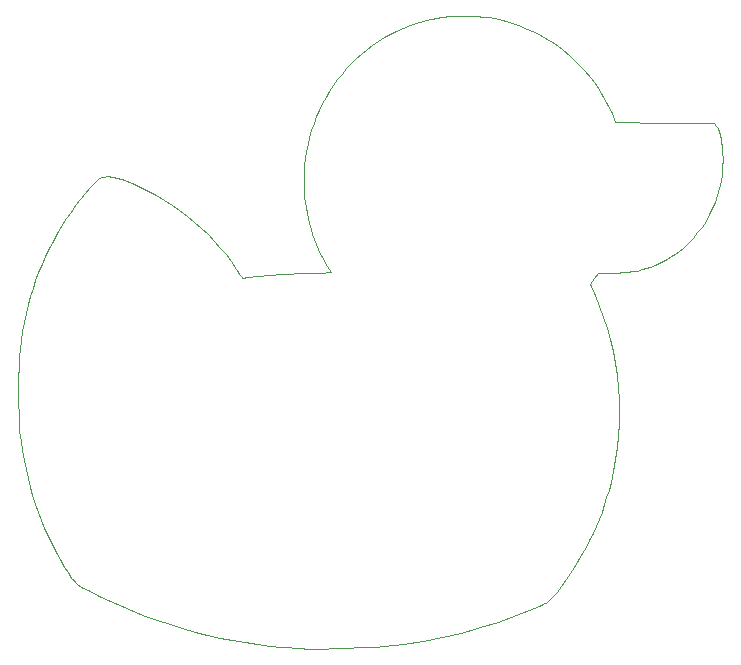
<source format=gbr>
%TF.GenerationSoftware,KiCad,Pcbnew,8.0.7*%
%TF.CreationDate,2025-06-23T15:52:58+10:00*%
%TF.ProjectId,solder,736f6c64-6572-42e6-9b69-6361645f7063,rev?*%
%TF.SameCoordinates,Original*%
%TF.FileFunction,Profile,NP*%
%FSLAX46Y46*%
G04 Gerber Fmt 4.6, Leading zero omitted, Abs format (unit mm)*
G04 Created by KiCad (PCBNEW 8.0.7) date 2025-06-23 15:52:58*
%MOMM*%
%LPD*%
G01*
G04 APERTURE LIST*
%TA.AperFunction,Profile*%
%ADD10C,0.100000*%
%TD*%
G04 APERTURE END LIST*
D10*
X147943405Y-60220184D02*
X148515989Y-60241764D01*
X149052073Y-60281555D01*
X149300621Y-60308333D01*
X149533076Y-60339727D01*
X150374295Y-60496010D01*
X151201176Y-60708076D01*
X152011311Y-60974041D01*
X152802295Y-61292021D01*
X153571722Y-61660130D01*
X154317186Y-62076485D01*
X155036281Y-62539202D01*
X155726601Y-63046394D01*
X156385740Y-63596179D01*
X157011292Y-64186672D01*
X157600851Y-64815987D01*
X158152012Y-65482241D01*
X158662367Y-66183550D01*
X159129513Y-66918028D01*
X159551041Y-67683791D01*
X159924548Y-68478955D01*
X160248988Y-69231914D01*
X164414881Y-69274248D01*
X168580767Y-69316581D01*
X168782153Y-69550764D01*
X168825452Y-69603873D01*
X168865692Y-69659298D01*
X168903107Y-69717855D01*
X168937932Y-69780358D01*
X168970402Y-69847622D01*
X169000753Y-69920460D01*
X169029220Y-69999689D01*
X169056038Y-70086122D01*
X169081442Y-70180574D01*
X169105668Y-70283859D01*
X169128949Y-70396793D01*
X169151523Y-70520189D01*
X169173623Y-70654863D01*
X169195485Y-70801628D01*
X169217344Y-70961300D01*
X169239436Y-71134693D01*
X169296486Y-71753167D01*
X169315333Y-72370022D01*
X169296653Y-72983470D01*
X169241123Y-73591720D01*
X169149421Y-74192983D01*
X169022224Y-74785471D01*
X168860209Y-75367392D01*
X168664053Y-75936959D01*
X168434434Y-76492382D01*
X168172029Y-77031871D01*
X167877515Y-77553636D01*
X167551569Y-78055890D01*
X167194868Y-78536841D01*
X166808090Y-78994700D01*
X166391913Y-79427679D01*
X165947012Y-79833988D01*
X165621703Y-80101241D01*
X165292852Y-80349690D01*
X164959856Y-80579550D01*
X164622116Y-80791038D01*
X164279031Y-80984369D01*
X163930000Y-81159757D01*
X163574422Y-81317420D01*
X163211697Y-81457571D01*
X162841225Y-81580427D01*
X162462403Y-81686203D01*
X162074632Y-81775115D01*
X161677312Y-81847378D01*
X161269840Y-81903207D01*
X160851617Y-81942818D01*
X160422041Y-81966427D01*
X159980513Y-81974249D01*
X158758063Y-81974249D01*
X158424300Y-82444736D01*
X158090529Y-82915224D01*
X158494082Y-83820568D01*
X158880255Y-84741541D01*
X159226956Y-85682031D01*
X159534004Y-86639900D01*
X159801219Y-87613008D01*
X160028420Y-88599220D01*
X160215427Y-89596395D01*
X160362059Y-90602397D01*
X160468136Y-91615088D01*
X160533476Y-92632328D01*
X160557900Y-93651981D01*
X160541227Y-94671907D01*
X160483276Y-95689970D01*
X160383867Y-96704031D01*
X160242819Y-97711952D01*
X160059952Y-98711594D01*
X159835085Y-99700821D01*
X159669360Y-100327227D01*
X159486515Y-100949998D01*
X159286835Y-101568558D01*
X159070602Y-102182332D01*
X158838098Y-102790744D01*
X158589605Y-103393219D01*
X158325407Y-103989180D01*
X158045786Y-104578053D01*
X157751025Y-105159261D01*
X157441405Y-105732230D01*
X157117210Y-106296383D01*
X156778722Y-106851145D01*
X156426224Y-107395941D01*
X156059998Y-107930194D01*
X155680327Y-108453329D01*
X155287493Y-108964771D01*
X155175523Y-109105529D01*
X155073223Y-109231291D01*
X154978293Y-109343705D01*
X154888433Y-109444422D01*
X154801344Y-109535090D01*
X154714724Y-109617359D01*
X154626274Y-109692878D01*
X154533694Y-109763296D01*
X154434683Y-109830264D01*
X154326941Y-109895430D01*
X154208169Y-109960444D01*
X154076066Y-110026954D01*
X153928332Y-110096611D01*
X153762666Y-110171064D01*
X153368342Y-110340954D01*
X151850119Y-110952430D01*
X150316753Y-111503870D01*
X148764787Y-111996157D01*
X147190763Y-112430173D01*
X145591225Y-112806802D01*
X143962716Y-113126927D01*
X142301780Y-113391431D01*
X140604958Y-113601196D01*
X140015342Y-113645689D01*
X139157929Y-113687333D01*
X137011780Y-113753660D01*
X134910649Y-113783355D01*
X134109509Y-113779208D01*
X133598675Y-113759594D01*
X133598675Y-113759586D01*
X132032343Y-113635860D01*
X130984476Y-113539712D01*
X129928732Y-113413278D01*
X128867353Y-113257212D01*
X127802578Y-113072168D01*
X126736649Y-112858801D01*
X125671805Y-112617765D01*
X124610288Y-112349715D01*
X123554338Y-112055305D01*
X122506196Y-111735190D01*
X121468102Y-111390023D01*
X120442297Y-111020459D01*
X119431021Y-110627154D01*
X118436515Y-110210760D01*
X117461020Y-109771932D01*
X116506776Y-109311325D01*
X115576024Y-108829594D01*
X115193582Y-108622576D01*
X115035183Y-108533142D01*
X114894868Y-108449315D01*
X114769788Y-108368265D01*
X114657094Y-108287159D01*
X114553939Y-108203166D01*
X114457473Y-108113454D01*
X114364848Y-108015191D01*
X114273215Y-107905545D01*
X114179726Y-107781685D01*
X114081533Y-107640780D01*
X113975787Y-107479996D01*
X113859639Y-107296503D01*
X113584744Y-106850063D01*
X113207276Y-106213281D01*
X112849540Y-105569005D01*
X112511320Y-104916576D01*
X112192398Y-104255337D01*
X111892556Y-103584631D01*
X111611576Y-102903799D01*
X111349241Y-102212185D01*
X111105332Y-101509130D01*
X110879632Y-100793977D01*
X110671924Y-100066067D01*
X110481989Y-99324745D01*
X110309609Y-98569351D01*
X110154568Y-97799228D01*
X110016646Y-97013718D01*
X109895627Y-96212165D01*
X109791292Y-95393909D01*
X109744316Y-94791857D01*
X109710905Y-93961901D01*
X109691031Y-92980025D01*
X109684668Y-91922212D01*
X109691788Y-90864444D01*
X109712364Y-89882705D01*
X109746369Y-89052978D01*
X109793776Y-88451244D01*
X109896417Y-87658550D01*
X110017012Y-86882728D01*
X110155836Y-86123004D01*
X110313163Y-85378605D01*
X110489269Y-84648760D01*
X110684429Y-83932694D01*
X110898919Y-83229636D01*
X111133014Y-82538812D01*
X111386989Y-81859449D01*
X111661120Y-81190775D01*
X111955682Y-80532017D01*
X112270949Y-79882402D01*
X112607199Y-79241156D01*
X112964704Y-78607508D01*
X113343742Y-77980685D01*
X113744587Y-77359913D01*
X114120802Y-76813004D01*
X114519118Y-76265393D01*
X114924968Y-75734721D01*
X115323787Y-75238632D01*
X115701008Y-74794768D01*
X116042065Y-74420773D01*
X116194480Y-74265489D01*
X116332392Y-74134288D01*
X116453980Y-74029376D01*
X116557424Y-73952957D01*
X116592729Y-73931601D01*
X116630773Y-73911965D01*
X116671467Y-73894042D01*
X116714724Y-73877827D01*
X116808578Y-73850496D01*
X116911639Y-73829924D01*
X117023210Y-73816064D01*
X117142592Y-73808868D01*
X117269089Y-73808289D01*
X117402004Y-73814279D01*
X117540639Y-73826791D01*
X117684296Y-73845776D01*
X117832280Y-73871189D01*
X117983891Y-73902980D01*
X118138434Y-73941103D01*
X118295210Y-73985510D01*
X118453523Y-74036154D01*
X118612675Y-74092987D01*
X119311777Y-74373294D01*
X120005973Y-74686103D01*
X120693314Y-75029873D01*
X121371851Y-75403060D01*
X122039633Y-75804123D01*
X122694712Y-76231519D01*
X123335139Y-76683704D01*
X123958964Y-77159138D01*
X124564236Y-77656276D01*
X125149008Y-78173577D01*
X125711330Y-78709498D01*
X126249252Y-79262496D01*
X126760825Y-79831029D01*
X127244099Y-80413554D01*
X127697126Y-81008530D01*
X128117955Y-81614412D01*
X128223056Y-81771734D01*
X128323094Y-81918501D01*
X128415736Y-82051502D01*
X128498652Y-82167524D01*
X128569508Y-82263355D01*
X128625975Y-82335782D01*
X128665720Y-82381595D01*
X128678593Y-82393516D01*
X128686411Y-82397579D01*
X128716498Y-82395102D01*
X128783170Y-82388002D01*
X129009390Y-82361926D01*
X129331316Y-82323333D01*
X129715191Y-82276205D01*
X130185978Y-82225734D01*
X130783671Y-82173938D01*
X132224210Y-82074537D01*
X133765684Y-81994332D01*
X134489546Y-81966531D01*
X135136969Y-81949653D01*
X136124930Y-81931913D01*
X135664294Y-81127581D01*
X135454213Y-80744516D01*
X135255889Y-80349858D01*
X135069571Y-79944564D01*
X134895506Y-79529587D01*
X134733941Y-79105886D01*
X134585125Y-78674414D01*
X134449306Y-78236127D01*
X134326731Y-77791982D01*
X134217648Y-77342933D01*
X134122306Y-76889937D01*
X134040951Y-76433949D01*
X133973833Y-75975925D01*
X133921198Y-75516820D01*
X133883295Y-75057591D01*
X133860371Y-74599192D01*
X133852675Y-74142580D01*
X133866597Y-73505065D01*
X133907995Y-72874216D01*
X133976316Y-72250703D01*
X134071007Y-71635198D01*
X134191515Y-71028373D01*
X134337287Y-70430900D01*
X134507770Y-69843450D01*
X134702411Y-69266696D01*
X134920657Y-68701308D01*
X135161955Y-68147958D01*
X135425752Y-67607319D01*
X135711495Y-67080061D01*
X136018631Y-66566857D01*
X136346607Y-66068379D01*
X136694870Y-65585297D01*
X137062867Y-65118284D01*
X137450045Y-64668011D01*
X137855852Y-64235150D01*
X138279734Y-63820372D01*
X138721137Y-63424350D01*
X139179510Y-63047755D01*
X139654299Y-62691259D01*
X140144952Y-62355534D01*
X140650914Y-62041250D01*
X141171634Y-61749081D01*
X141706558Y-61479696D01*
X142255134Y-61233770D01*
X142816807Y-61011972D01*
X143391026Y-60814974D01*
X143977237Y-60643449D01*
X144574888Y-60498068D01*
X145183424Y-60379503D01*
X145413374Y-60343880D01*
X145659750Y-60312576D01*
X146192495Y-60263011D01*
X146763074Y-60230977D01*
X147352906Y-60216645D01*
X147943405Y-60220184D01*
M02*

</source>
